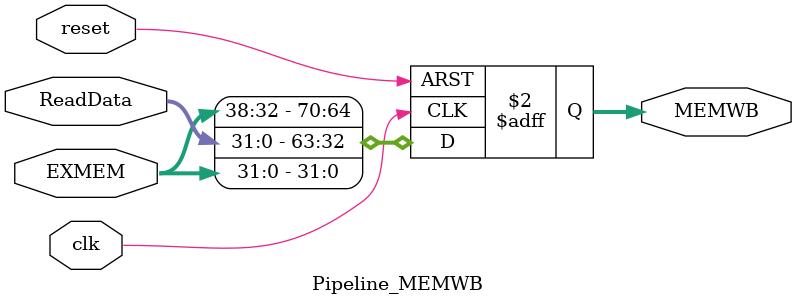
<source format=v>
module Pipeline_MEMWB(clk,reset,ReadData,EXMEM,MEMWB);
  input clk,reset;
  input[31:0] ReadData;
  input[38:0] EXMEM; //{EXMEM[70:64],EXMEM[31:0]}
  output reg[70:0] MEMWB;
  always @(posedge clk, posedge reset)
   begin
    if(reset) MEMWB<=71'b0;
    else MEMWB<={EXMEM[38:32],ReadData,EXMEM[31:0]};
   end
 endmodule
</source>
